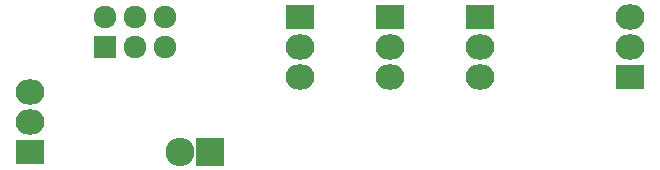
<source format=gbr>
G04 #@! TF.FileFunction,Soldermask,Bot*
%FSLAX46Y46*%
G04 Gerber Fmt 4.6, Leading zero omitted, Abs format (unit mm)*
G04 Created by KiCad (PCBNEW 4.0.2-stable) date 4/25/2016 6:28:43 PM*
%MOMM*%
G01*
G04 APERTURE LIST*
%ADD10C,0.100000*%
%ADD11R,2.432000X2.432000*%
%ADD12O,2.432000X2.432000*%
%ADD13R,2.432000X2.127200*%
%ADD14O,2.432000X2.127200*%
%ADD15R,1.924000X1.924000*%
%ADD16C,1.924000*%
G04 APERTURE END LIST*
D10*
D11*
X154940000Y-96520000D03*
D12*
X152400000Y-96520000D03*
D13*
X162560000Y-85090000D03*
D14*
X162560000Y-87630000D03*
X162560000Y-90170000D03*
D13*
X190500000Y-90170000D03*
D14*
X190500000Y-87630000D03*
X190500000Y-85090000D03*
D13*
X170180000Y-85090000D03*
D14*
X170180000Y-87630000D03*
X170180000Y-90170000D03*
D13*
X177800000Y-85090000D03*
D14*
X177800000Y-87630000D03*
X177800000Y-90170000D03*
D13*
X139700000Y-96520000D03*
D14*
X139700000Y-93980000D03*
X139700000Y-91440000D03*
D15*
X146050000Y-87630000D03*
D16*
X148590000Y-87630000D03*
X151130000Y-87630000D03*
X151130000Y-85090000D03*
X148590000Y-85090000D03*
X146050000Y-85090000D03*
M02*

</source>
